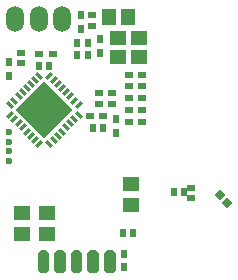
<source format=gbp>
G04*
G04 #@! TF.GenerationSoftware,Altium Limited,Altium Designer,24.4.1 (13)*
G04*
G04 Layer_Color=128*
%FSLAX44Y44*%
%MOMM*%
G71*
G04*
G04 #@! TF.SameCoordinates,620EA0B3-285C-493C-A982-72F243028F5E*
G04*
G04*
G04 #@! TF.FilePolarity,Positive*
G04*
G01*
G75*
%ADD16R,0.6000X0.7500*%
%ADD18R,1.3000X1.4000*%
%ADD19R,0.6000X0.6400*%
%ADD25R,1.4000X1.3000*%
%ADD49R,1.3500X1.1500*%
%ADD50R,0.6400X0.6000*%
%ADD52C,0.6000*%
%ADD53O,1.5000X2.2000*%
G04:AMPARAMS|DCode=55|XSize=0.6mm|YSize=0.3mm|CornerRadius=0mm|HoleSize=0mm|Usage=FLASHONLY|Rotation=45.000|XOffset=0mm|YOffset=0mm|HoleType=Round|Shape=Rectangle|*
%AMROTATEDRECTD55*
4,1,4,-0.1061,-0.3182,-0.3182,-0.1061,0.1061,0.3182,0.3182,0.1061,-0.1061,-0.3182,0.0*
%
%ADD55ROTATEDRECTD55*%

G04:AMPARAMS|DCode=56|XSize=0.6mm|YSize=0.3mm|CornerRadius=0mm|HoleSize=0mm|Usage=FLASHONLY|Rotation=315.000|XOffset=0mm|YOffset=0mm|HoleType=Round|Shape=Rectangle|*
%AMROTATEDRECTD56*
4,1,4,-0.3182,0.1061,-0.1061,0.3182,0.3182,-0.1061,0.1061,-0.3182,-0.3182,0.1061,0.0*
%
%ADD56ROTATEDRECTD56*%

%ADD57P,4.8790X4X360.0*%
%ADD58R,0.7500X0.6000*%
G04:AMPARAMS|DCode=59|XSize=0.64mm|YSize=0.6mm|CornerRadius=0mm|HoleSize=0mm|Usage=FLASHONLY|Rotation=45.000|XOffset=0mm|YOffset=0mm|HoleType=Round|Shape=Rectangle|*
%AMROTATEDRECTD59*
4,1,4,-0.0141,-0.4384,-0.4384,-0.0141,0.0141,0.4384,0.4384,0.0141,-0.0141,-0.4384,0.0*
%
%ADD59ROTATEDRECTD59*%

G36*
X-23000Y-100500D02*
Y-115500D01*
X-25500Y-118000D01*
X-30500D01*
X-33000Y-115500D01*
Y-100500D01*
X-30500Y-98000D01*
X-25500D01*
X-23000Y-100500D01*
D02*
G37*
G36*
X-9000D02*
Y-115500D01*
X-11500Y-118000D01*
X-16500D01*
X-19000Y-115500D01*
Y-100500D01*
X-16500Y-98000D01*
X-11500D01*
X-9000Y-100500D01*
D02*
G37*
G36*
X5000D02*
Y-115500D01*
X2500Y-118000D01*
X-2500D01*
X-5000Y-115500D01*
Y-100500D01*
X-2500Y-98000D01*
X2500D01*
X5000Y-100500D01*
D02*
G37*
G36*
X19000D02*
Y-115500D01*
X16500Y-118000D01*
X11500D01*
X9000Y-115500D01*
Y-100500D01*
X11500Y-98000D01*
X16500D01*
X19000Y-100500D01*
D02*
G37*
G36*
X33000D02*
Y-115500D01*
X30500Y-118000D01*
X25500D01*
X23000Y-115500D01*
Y-100500D01*
X25500Y-98000D01*
X30500D01*
X33000Y-100500D01*
D02*
G37*
D16*
X3500Y100750D02*
D03*
Y89250D02*
D03*
X40500Y-112750D02*
D03*
Y-101250D02*
D03*
X20000Y68750D02*
D03*
Y80250D02*
D03*
X-57000Y60750D02*
D03*
Y49250D02*
D03*
X33500Y12250D02*
D03*
Y750D02*
D03*
D18*
X27500Y99000D02*
D03*
X43500D02*
D03*
D19*
X90900Y-49500D02*
D03*
X82100D02*
D03*
X39100Y-84000D02*
D03*
X47900D02*
D03*
X9400Y77000D02*
D03*
X600D02*
D03*
X-23100Y57500D02*
D03*
X-31900D02*
D03*
X13600Y5000D02*
D03*
X22400D02*
D03*
X9400Y67000D02*
D03*
X600D02*
D03*
D25*
X53000Y81000D02*
D03*
Y65000D02*
D03*
X35000D02*
D03*
Y81000D02*
D03*
D49*
X46500Y-60250D02*
D03*
Y-42750D02*
D03*
X-46000Y-67250D02*
D03*
Y-84750D02*
D03*
X-25000Y-67250D02*
D03*
Y-84750D02*
D03*
D50*
X13500Y91600D02*
D03*
Y100400D02*
D03*
X-47000Y68900D02*
D03*
Y60100D02*
D03*
X96500Y-54400D02*
D03*
Y-45600D02*
D03*
D52*
X-57000Y-22500D02*
D03*
Y-14500D02*
D03*
Y-6500D02*
D03*
Y1500D02*
D03*
D53*
X-52000Y97000D02*
D03*
X-12000D02*
D03*
X-32000D02*
D03*
D55*
X-45607Y5607D02*
D03*
X-12373Y38841D02*
D03*
X-38536Y-1464D02*
D03*
X-49142Y9142D02*
D03*
X-42071Y2071D02*
D03*
X-52678Y12678D02*
D03*
X-35000Y-5000D02*
D03*
X-15908Y42376D02*
D03*
X-5301Y31770D02*
D03*
X-1766Y28234D02*
D03*
X-19444Y45912D02*
D03*
X-8837Y35305D02*
D03*
X-56213Y16213D02*
D03*
X-31465Y-8536D02*
D03*
X1769Y24699D02*
D03*
X-22979Y49447D02*
D03*
D56*
X-42071Y38841D02*
D03*
X-38536Y42376D02*
D03*
X-35000Y45912D02*
D03*
X-49142Y31770D02*
D03*
X-45607Y35305D02*
D03*
X-1766Y12678D02*
D03*
X-8837Y5607D02*
D03*
X-19444Y-5000D02*
D03*
X-15908Y-1464D02*
D03*
X-5301Y9142D02*
D03*
X-12373Y2071D02*
D03*
X-52678Y28234D02*
D03*
X-56213Y24699D02*
D03*
X-22979Y-8536D02*
D03*
X1769Y16213D02*
D03*
X-31465Y49447D02*
D03*
D57*
X-27222Y20456D02*
D03*
D58*
X44250Y10000D02*
D03*
X55750D02*
D03*
X-20250Y67500D02*
D03*
X-31750D02*
D03*
X30250Y35000D02*
D03*
X18750D02*
D03*
Y25000D02*
D03*
X30250D02*
D03*
X44250Y30500D02*
D03*
X55750D02*
D03*
X44250Y20500D02*
D03*
X55750D02*
D03*
X44250Y40500D02*
D03*
X55750D02*
D03*
X22750Y15000D02*
D03*
X11250D02*
D03*
X44250Y50000D02*
D03*
X55750D02*
D03*
D59*
X127611Y-58111D02*
D03*
X121389Y-51889D02*
D03*
M02*

</source>
